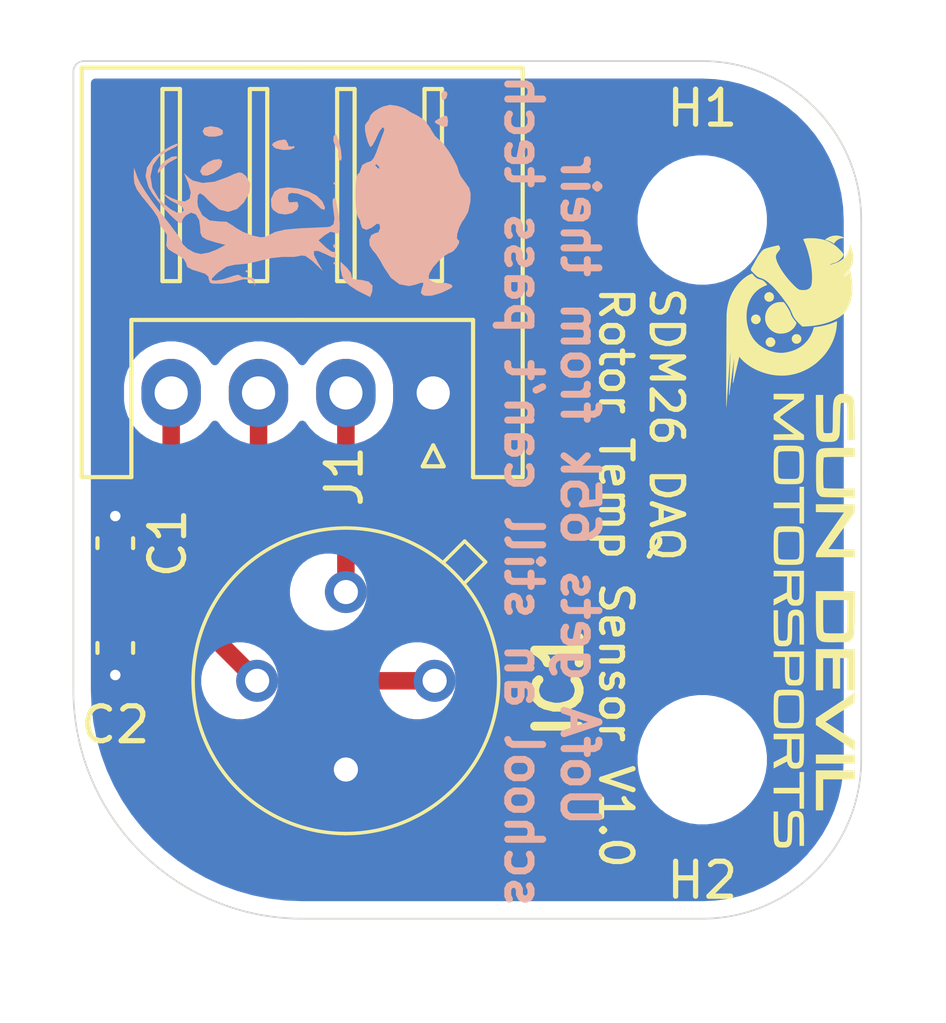
<source format=kicad_pcb>
(kicad_pcb (version 20241229) (generator "pcbnew") (generator_version "9.0")
  (layers (0 "F.Cu" signal) (2 "B.Cu" signal) (13 "F.Paste" user) (15 "B.Paste" user) (5 "F.SilkS" user "F.Silkscreen") (7 "B.SilkS" user "B.Silkscreen") (1 "F.Mask" user) (3 "B.Mask" user) (25 "Edge.Cuts" user))
  (net 0 "")
  (net 1 "VCC")
  (net 2 "Net-(IC1-SCL)")
  (net 3 "GND")
  (net 4 "Net-(IC1-SDA)")
  (footprint "Library:wheelyboi" (layer "F.Cu") (at 61.05 89.3 -90)
    (property "Reference" "G***" (hide yes))
    (property "Value" "LOGO" (hide yes))
  )
  (footprint "Capacitor_SMD:C_0603_1608Metric" (layer "F.Cu") (at 41.9 95.8 90)
    (property "Reference" "C1" (at 0 1.5 270) (layer "F.SilkS"))
    (property "Value" "10uF")
    (pad "1" smd roundrect (at -0.775 0 90) (size 0.9 0.95) (layers "F.Cu" "F.Mask" "F.Paste") (net 1 "VCC"))
    (pad "2" smd roundrect (at 0.775 0 90) (size 0.9 0.95) (layers "F.Cu" "F.Mask" "F.Paste") (net 3 "GND"))
  )
  (footprint "SDM_MiscFootprint:MLX90614ESFBAA000SP" (layer "F.Cu") (at 48.5 97.2 -90)
    (property "Reference" "IC1" (at 2.6 -6.1 90) (layer "F.SilkS") (effects (font (size 1.27 1.27) (thickness 0.254))))
    (property "Value" "MLX90640ESF-BAB-000-SP" (hide yes))
    (pad "1" thru_hole circle (at 0 0 270) (size 1.2 1.2) (drill 0.69) (layers "*.Cu" "*.Mask") (net 4 "Net-(IC1-SDA)"))
    (pad "2" thru_hole circle (at 2.54 2.54 270) (size 1.2 1.2) (drill 0.69) (layers "*.Cu" "*.Mask") (net 1 "VCC"))
    (pad "3" thru_hole circle (at 5.08 0 270) (size 1.2 1.2) (drill 0.69) (layers "*.Cu" "*.Mask") (net 3 "GND"))
    (pad "4" thru_hole circle (at 2.54 -2.54 270) (size 1.2 1.2) (drill 0.69) (layers "*.Cu" "*.Mask") (net 2 "Net-(IC1-SCL)"))
  )
  (footprint "Connector_JST:JST_XH_S4B-XH-A_1x04_P2.50mm_Horizontal" (layer "F.Cu") (at 51 91.5 180)
    (property "Reference" "J1" (at 2.545235 -2.387248 90) (layer "F.SilkS"))
    (property "Value" "Conn_01x04_Socket")
    (pad "1" thru_hole roundrect (at 0 0 180) (size 1.7 1.95) (drill 0.95) (layers "*.Cu" "*.Mask") (roundrect_rratio 0.147059) (net 3 "GND"))
    (pad "2" thru_hole oval (at 2.5 0 180) (size 1.7 1.95) (drill 0.95) (layers "*.Cu" "*.Mask") (net 4 "Net-(IC1-SDA)"))
    (pad "3" thru_hole oval (at 5 0 180) (size 1.7 1.95) (drill 0.95) (layers "*.Cu" "*.Mask") (net 2 "Net-(IC1-SCL)"))
    (pad "4" thru_hole oval (at 7.5 0 180) (size 1.7 1.95) (drill 0.95) (layers "*.Cu" "*.Mask") (net 1 "VCC"))
  )
  (footprint "MountingHole:MountingHole_3.2mm_M3" (layer "F.Cu") (at 58.7 86.55)
    (property "Reference" "H1" (at 0 -3.2 0) (layer "F.SilkS"))
    (property "Value" "M3")
    (pad "" np_thru_hole circle (at 0 0) (size 3.2 3.2) (drill 3.2) (layers "*.Cu" "*.Mask"))
  )
  (footprint "Capacitor_SMD:C_0603_1608Metric" (layer "F.Cu") (at 41.9 98.8 -90)
    (property "Reference" "C2" (at 2.2 0 180) (layer "F.SilkS"))
    (property "Value" "100nF")
    (pad "1" smd roundrect (at -0.775 0 270) (size 0.9 0.95) (layers "F.Cu" "F.Mask" "F.Paste") (net 1 "VCC"))
    (pad "2" smd roundrect (at 0.775 0 270) (size 0.9 0.95) (layers "F.Cu" "F.Mask" "F.Paste") (net 3 "GND"))
  )
  (footprint "Library:sdmlogo" (layer "F.Cu") (at 62 95.3 -90)
    (property "Reference" "G***" (hide yes))
    (property "Value" "LOGO" (hide yes))
  )
  (footprint "MountingHole:MountingHole_3.2mm_M3" (layer "F.Cu") (at 58.700001 102.000002)
    (property "Reference" "H2" (at 0 3.45 0) (layer "F.SilkS"))
    (property "Value" "M3")
    (pad "" np_thru_hole circle (at 0 0) (size 3.2 3.2) (drill 3.2) (layers "*.Cu" "*.Mask"))
  )
  (footprint "LOGO" (layer "B.Cu") (at 47.304066 85.596581 90)
    (property "Reference" "G***" (hide yes))
    (property "Value" "LOGO" (hide yes))
  )
  (gr_line (start 41 82) (end 58.7 82) (stroke (width 0.05)) (layer "Edge.Cuts"))
  (gr_line (start 40.7 100) (end 40.7 82.3) (stroke (width 0.05)) (layer "Edge.Cuts"))
  (gr_line (start 47.25 106.55) (end 58.7 106.55) (stroke (width 0.05)) (layer "Edge.Cuts"))
  (gr_arc (start 47.25 106.55) (mid 42.618451 104.631549) (end 40.7 100) (stroke (width 0.05)) (layer "Edge.Cuts"))
  (gr_arc (start 58.700001 82.000001) (mid 61.917336 83.332665) (end 63.249999 86.55) (stroke (width 0.05)) (layer "Edge.Cuts"))
  (gr_line (start 63.249999 102) (end 63.249999 86.55) (stroke (width 0.05)) (layer "Edge.Cuts"))
  (gr_arc (start 63.249999 102.000002) (mid 61.917335 105.217337) (end 58.7 106.55) (stroke (width 0.05)) (layer "Edge.Cuts"))
  (gr_arc (start 40.7 82.3) (mid 40.787868 82.087868) (end 41 82) (stroke (width 0.05)) (layer "Edge.Cuts"))
  (gr_text "SDM26 DAQ\nRotor Temp Sensor V1.0" (at 55.7 88.4 270) (layer "F.SilkS") (effects (font (size 0.9 0.9)) (justify left bottom)))
  (gr_text "UofA gets 65k from their\nschool an still can't pass tech" (at 53 94.3 270) (layer "B.SilkS") (effects (font (size 1 1) (thickness 0.2) (bold yes)) (justify bottom mirror)))
  (segment (start 43.5 91.5) (end 43.5 95.215) (width 0.5) (layer "F.Cu") (net 1))
  (segment (start 41.9 98.025) (end 41.9 96.575) (width 0.5) (layer "F.Cu") (net 1))
  (segment (start 41.9 98.025) (end 41.9 96.815) (width 0.5) (layer "F.Cu") (net 1))
  (segment (start 41.9 96.815) (end 43.5 95.215) (width 0.5) (layer "F.Cu") (net 1))
  (segment (start 45.96 99.74) (end 43.5 97.28) (width 0.5) (layer "F.Cu") (net 1))
  (segment (start 43.5 97.28) (end 43.5 95.215) (width 0.5) (layer "F.Cu") (net 1))
  (segment (start 47.84 99.74) (end 50.54 99.74) (width 0.5) (layer "F.Cu") (net 2))
  (segment (start 46 91.5) (end 46 97.9) (width 0.5) (layer "F.Cu") (net 2))
  (segment (start 46 97.9) (end 47.84 99.74) (width 0.5) (layer "F.Cu") (net 2))
  (via (at 41.9 95.025) (size 0.6) (drill 0.3) (layers "F.Cu" "B.Cu") (net 3))
  (via (at 41.9 99.575) (size 0.6) (drill 0.3) (layers "F.Cu" "B.Cu") (net 3))
  (segment (start 48.5 97.2) (end 48.5 91.5) (width 0.5) (layer "F.Cu") (net 4))
  (zone (net 3) (net_name "GND") (layer "B.Cu") (connect_pads yes (clearance 0.5)) (min_thickness 0.25) (fill yes (thermal_gap 0.5) (thermal_bridge_width 0.5))
    (polygon (pts (xy 39 81.3) (xy 65.08206 80.84771) (xy 65.686277 109.548012) (xy 38.6 109.4)))
  )
)
</source>
